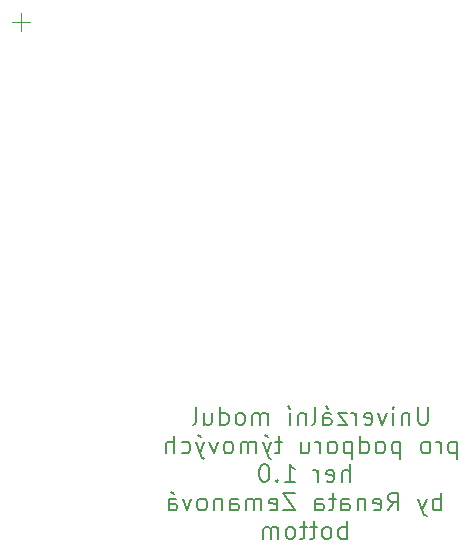
<source format=gbo>
G04 #@! TF.GenerationSoftware,KiCad,Pcbnew,6.0.11-2627ca5db0~126~ubuntu20.04.1*
G04 #@! TF.CreationDate,2023-04-28T08:30:21+02:00*
G04 #@! TF.ProjectId,Semafor_bottom,53656d61-666f-4725-9f62-6f74746f6d2e,rev?*
G04 #@! TF.SameCoordinates,Original*
G04 #@! TF.FileFunction,Legend,Bot*
G04 #@! TF.FilePolarity,Positive*
%FSLAX46Y46*%
G04 Gerber Fmt 4.6, Leading zero omitted, Abs format (unit mm)*
G04 Created by KiCad (PCBNEW 6.0.11-2627ca5db0~126~ubuntu20.04.1) date 2023-04-28 08:30:21*
%MOMM*%
%LPD*%
G01*
G04 APERTURE LIST*
%ADD10C,0.150000*%
%ADD11C,0.120000*%
G04 APERTURE END LIST*
D10*
X157828571Y-93591071D02*
X157828571Y-94805357D01*
X157757142Y-94948214D01*
X157685714Y-95019642D01*
X157542857Y-95091071D01*
X157257142Y-95091071D01*
X157114285Y-95019642D01*
X157042857Y-94948214D01*
X156971428Y-94805357D01*
X156971428Y-93591071D01*
X156257142Y-94091071D02*
X156257142Y-95091071D01*
X156257142Y-94233928D02*
X156185714Y-94162500D01*
X156042857Y-94091071D01*
X155828571Y-94091071D01*
X155685714Y-94162500D01*
X155614285Y-94305357D01*
X155614285Y-95091071D01*
X154900000Y-95091071D02*
X154900000Y-94091071D01*
X154900000Y-93591071D02*
X154971428Y-93662500D01*
X154900000Y-93733928D01*
X154828571Y-93662500D01*
X154900000Y-93591071D01*
X154900000Y-93733928D01*
X154328571Y-94091071D02*
X153971428Y-95091071D01*
X153614285Y-94091071D01*
X152471428Y-95019642D02*
X152614285Y-95091071D01*
X152900000Y-95091071D01*
X153042857Y-95019642D01*
X153114285Y-94876785D01*
X153114285Y-94305357D01*
X153042857Y-94162500D01*
X152900000Y-94091071D01*
X152614285Y-94091071D01*
X152471428Y-94162500D01*
X152400000Y-94305357D01*
X152400000Y-94448214D01*
X153114285Y-94591071D01*
X151757142Y-95091071D02*
X151757142Y-94091071D01*
X151757142Y-94376785D02*
X151685714Y-94233928D01*
X151614285Y-94162500D01*
X151471428Y-94091071D01*
X151328571Y-94091071D01*
X150971428Y-94091071D02*
X150185714Y-94091071D01*
X150971428Y-95091071D01*
X150185714Y-95091071D01*
X148971428Y-95091071D02*
X148971428Y-94305357D01*
X149042857Y-94162500D01*
X149185714Y-94091071D01*
X149471428Y-94091071D01*
X149614285Y-94162500D01*
X148971428Y-95019642D02*
X149114285Y-95091071D01*
X149471428Y-95091071D01*
X149614285Y-95019642D01*
X149685714Y-94876785D01*
X149685714Y-94733928D01*
X149614285Y-94591071D01*
X149471428Y-94519642D01*
X149114285Y-94519642D01*
X148971428Y-94448214D01*
X149185714Y-93519642D02*
X149400000Y-93733928D01*
X148042857Y-95091071D02*
X148185714Y-95019642D01*
X148257142Y-94876785D01*
X148257142Y-93591071D01*
X147471428Y-94091071D02*
X147471428Y-95091071D01*
X147471428Y-94233928D02*
X147400000Y-94162500D01*
X147257142Y-94091071D01*
X147042857Y-94091071D01*
X146900000Y-94162500D01*
X146828571Y-94305357D01*
X146828571Y-95091071D01*
X146114285Y-95091071D02*
X146114285Y-94091071D01*
X145971428Y-93519642D02*
X146185714Y-93733928D01*
X144257142Y-95091071D02*
X144257142Y-94091071D01*
X144257142Y-94233928D02*
X144185714Y-94162500D01*
X144042857Y-94091071D01*
X143828571Y-94091071D01*
X143685714Y-94162500D01*
X143614285Y-94305357D01*
X143614285Y-95091071D01*
X143614285Y-94305357D02*
X143542857Y-94162500D01*
X143400000Y-94091071D01*
X143185714Y-94091071D01*
X143042857Y-94162500D01*
X142971428Y-94305357D01*
X142971428Y-95091071D01*
X142042857Y-95091071D02*
X142185714Y-95019642D01*
X142257142Y-94948214D01*
X142328571Y-94805357D01*
X142328571Y-94376785D01*
X142257142Y-94233928D01*
X142185714Y-94162500D01*
X142042857Y-94091071D01*
X141828571Y-94091071D01*
X141685714Y-94162500D01*
X141614285Y-94233928D01*
X141542857Y-94376785D01*
X141542857Y-94805357D01*
X141614285Y-94948214D01*
X141685714Y-95019642D01*
X141828571Y-95091071D01*
X142042857Y-95091071D01*
X140257142Y-95091071D02*
X140257142Y-93591071D01*
X140257142Y-95019642D02*
X140400000Y-95091071D01*
X140685714Y-95091071D01*
X140828571Y-95019642D01*
X140900000Y-94948214D01*
X140971428Y-94805357D01*
X140971428Y-94376785D01*
X140900000Y-94233928D01*
X140828571Y-94162500D01*
X140685714Y-94091071D01*
X140400000Y-94091071D01*
X140257142Y-94162500D01*
X138900000Y-94091071D02*
X138900000Y-95091071D01*
X139542857Y-94091071D02*
X139542857Y-94876785D01*
X139471428Y-95019642D01*
X139328571Y-95091071D01*
X139114285Y-95091071D01*
X138971428Y-95019642D01*
X138900000Y-94948214D01*
X137971428Y-95091071D02*
X138114285Y-95019642D01*
X138185714Y-94876785D01*
X138185714Y-93591071D01*
X160257142Y-96506071D02*
X160257142Y-98006071D01*
X160257142Y-96577500D02*
X160114285Y-96506071D01*
X159828571Y-96506071D01*
X159685714Y-96577500D01*
X159614285Y-96648928D01*
X159542857Y-96791785D01*
X159542857Y-97220357D01*
X159614285Y-97363214D01*
X159685714Y-97434642D01*
X159828571Y-97506071D01*
X160114285Y-97506071D01*
X160257142Y-97434642D01*
X158900000Y-97506071D02*
X158900000Y-96506071D01*
X158900000Y-96791785D02*
X158828571Y-96648928D01*
X158757142Y-96577500D01*
X158614285Y-96506071D01*
X158471428Y-96506071D01*
X157757142Y-97506071D02*
X157900000Y-97434642D01*
X157971428Y-97363214D01*
X158042857Y-97220357D01*
X158042857Y-96791785D01*
X157971428Y-96648928D01*
X157900000Y-96577500D01*
X157757142Y-96506071D01*
X157542857Y-96506071D01*
X157400000Y-96577500D01*
X157328571Y-96648928D01*
X157257142Y-96791785D01*
X157257142Y-97220357D01*
X157328571Y-97363214D01*
X157400000Y-97434642D01*
X157542857Y-97506071D01*
X157757142Y-97506071D01*
X155471428Y-96506071D02*
X155471428Y-98006071D01*
X155471428Y-96577500D02*
X155328571Y-96506071D01*
X155042857Y-96506071D01*
X154900000Y-96577500D01*
X154828571Y-96648928D01*
X154757142Y-96791785D01*
X154757142Y-97220357D01*
X154828571Y-97363214D01*
X154900000Y-97434642D01*
X155042857Y-97506071D01*
X155328571Y-97506071D01*
X155471428Y-97434642D01*
X153900000Y-97506071D02*
X154042857Y-97434642D01*
X154114285Y-97363214D01*
X154185714Y-97220357D01*
X154185714Y-96791785D01*
X154114285Y-96648928D01*
X154042857Y-96577500D01*
X153900000Y-96506071D01*
X153685714Y-96506071D01*
X153542857Y-96577500D01*
X153471428Y-96648928D01*
X153400000Y-96791785D01*
X153400000Y-97220357D01*
X153471428Y-97363214D01*
X153542857Y-97434642D01*
X153685714Y-97506071D01*
X153900000Y-97506071D01*
X152114285Y-97506071D02*
X152114285Y-96006071D01*
X152114285Y-97434642D02*
X152257142Y-97506071D01*
X152542857Y-97506071D01*
X152685714Y-97434642D01*
X152757142Y-97363214D01*
X152828571Y-97220357D01*
X152828571Y-96791785D01*
X152757142Y-96648928D01*
X152685714Y-96577500D01*
X152542857Y-96506071D01*
X152257142Y-96506071D01*
X152114285Y-96577500D01*
X151400000Y-96506071D02*
X151400000Y-98006071D01*
X151400000Y-96577500D02*
X151257142Y-96506071D01*
X150971428Y-96506071D01*
X150828571Y-96577500D01*
X150757142Y-96648928D01*
X150685714Y-96791785D01*
X150685714Y-97220357D01*
X150757142Y-97363214D01*
X150828571Y-97434642D01*
X150971428Y-97506071D01*
X151257142Y-97506071D01*
X151400000Y-97434642D01*
X149828571Y-97506071D02*
X149971428Y-97434642D01*
X150042857Y-97363214D01*
X150114285Y-97220357D01*
X150114285Y-96791785D01*
X150042857Y-96648928D01*
X149971428Y-96577500D01*
X149828571Y-96506071D01*
X149614285Y-96506071D01*
X149471428Y-96577500D01*
X149400000Y-96648928D01*
X149328571Y-96791785D01*
X149328571Y-97220357D01*
X149400000Y-97363214D01*
X149471428Y-97434642D01*
X149614285Y-97506071D01*
X149828571Y-97506071D01*
X148685714Y-97506071D02*
X148685714Y-96506071D01*
X148685714Y-96791785D02*
X148614285Y-96648928D01*
X148542857Y-96577500D01*
X148400000Y-96506071D01*
X148257142Y-96506071D01*
X147114285Y-96506071D02*
X147114285Y-97506071D01*
X147757142Y-96506071D02*
X147757142Y-97291785D01*
X147685714Y-97434642D01*
X147542857Y-97506071D01*
X147328571Y-97506071D01*
X147185714Y-97434642D01*
X147114285Y-97363214D01*
X145471428Y-96506071D02*
X144900000Y-96506071D01*
X145257142Y-96006071D02*
X145257142Y-97291785D01*
X145185714Y-97434642D01*
X145042857Y-97506071D01*
X144900000Y-97506071D01*
X144542857Y-96506071D02*
X144185714Y-97506071D01*
X143828571Y-96506071D02*
X144185714Y-97506071D01*
X144328571Y-97863214D01*
X144400000Y-97934642D01*
X144542857Y-98006071D01*
X144042857Y-95934642D02*
X144257142Y-96148928D01*
X143257142Y-97506071D02*
X143257142Y-96506071D01*
X143257142Y-96648928D02*
X143185714Y-96577500D01*
X143042857Y-96506071D01*
X142828571Y-96506071D01*
X142685714Y-96577500D01*
X142614285Y-96720357D01*
X142614285Y-97506071D01*
X142614285Y-96720357D02*
X142542857Y-96577500D01*
X142400000Y-96506071D01*
X142185714Y-96506071D01*
X142042857Y-96577500D01*
X141971428Y-96720357D01*
X141971428Y-97506071D01*
X141042857Y-97506071D02*
X141185714Y-97434642D01*
X141257142Y-97363214D01*
X141328571Y-97220357D01*
X141328571Y-96791785D01*
X141257142Y-96648928D01*
X141185714Y-96577500D01*
X141042857Y-96506071D01*
X140828571Y-96506071D01*
X140685714Y-96577500D01*
X140614285Y-96648928D01*
X140542857Y-96791785D01*
X140542857Y-97220357D01*
X140614285Y-97363214D01*
X140685714Y-97434642D01*
X140828571Y-97506071D01*
X141042857Y-97506071D01*
X140042857Y-96506071D02*
X139685714Y-97506071D01*
X139328571Y-96506071D01*
X138900000Y-96506071D02*
X138542857Y-97506071D01*
X138185714Y-96506071D02*
X138542857Y-97506071D01*
X138685714Y-97863214D01*
X138757142Y-97934642D01*
X138900000Y-98006071D01*
X138400000Y-95934642D02*
X138614285Y-96148928D01*
X136971428Y-97434642D02*
X137114285Y-97506071D01*
X137400000Y-97506071D01*
X137542857Y-97434642D01*
X137614285Y-97363214D01*
X137685714Y-97220357D01*
X137685714Y-96791785D01*
X137614285Y-96648928D01*
X137542857Y-96577500D01*
X137400000Y-96506071D01*
X137114285Y-96506071D01*
X136971428Y-96577500D01*
X136328571Y-97506071D02*
X136328571Y-96006071D01*
X135685714Y-97506071D02*
X135685714Y-96720357D01*
X135757142Y-96577500D01*
X135900000Y-96506071D01*
X136114285Y-96506071D01*
X136257142Y-96577500D01*
X136328571Y-96648928D01*
X151185714Y-99921071D02*
X151185714Y-98421071D01*
X150542857Y-99921071D02*
X150542857Y-99135357D01*
X150614285Y-98992500D01*
X150757142Y-98921071D01*
X150971428Y-98921071D01*
X151114285Y-98992500D01*
X151185714Y-99063928D01*
X149257142Y-99849642D02*
X149400000Y-99921071D01*
X149685714Y-99921071D01*
X149828571Y-99849642D01*
X149900000Y-99706785D01*
X149900000Y-99135357D01*
X149828571Y-98992500D01*
X149685714Y-98921071D01*
X149400000Y-98921071D01*
X149257142Y-98992500D01*
X149185714Y-99135357D01*
X149185714Y-99278214D01*
X149900000Y-99421071D01*
X148542857Y-99921071D02*
X148542857Y-98921071D01*
X148542857Y-99206785D02*
X148471428Y-99063928D01*
X148400000Y-98992500D01*
X148257142Y-98921071D01*
X148114285Y-98921071D01*
X145685714Y-99921071D02*
X146542857Y-99921071D01*
X146114285Y-99921071D02*
X146114285Y-98421071D01*
X146257142Y-98635357D01*
X146400000Y-98778214D01*
X146542857Y-98849642D01*
X145042857Y-99778214D02*
X144971428Y-99849642D01*
X145042857Y-99921071D01*
X145114285Y-99849642D01*
X145042857Y-99778214D01*
X145042857Y-99921071D01*
X144042857Y-98421071D02*
X143900000Y-98421071D01*
X143757142Y-98492500D01*
X143685714Y-98563928D01*
X143614285Y-98706785D01*
X143542857Y-98992500D01*
X143542857Y-99349642D01*
X143614285Y-99635357D01*
X143685714Y-99778214D01*
X143757142Y-99849642D01*
X143900000Y-99921071D01*
X144042857Y-99921071D01*
X144185714Y-99849642D01*
X144257142Y-99778214D01*
X144328571Y-99635357D01*
X144400000Y-99349642D01*
X144400000Y-98992500D01*
X144328571Y-98706785D01*
X144257142Y-98563928D01*
X144185714Y-98492500D01*
X144042857Y-98421071D01*
X158935714Y-102336071D02*
X158935714Y-100836071D01*
X158935714Y-101407500D02*
X158792857Y-101336071D01*
X158507142Y-101336071D01*
X158364285Y-101407500D01*
X158292857Y-101478928D01*
X158221428Y-101621785D01*
X158221428Y-102050357D01*
X158292857Y-102193214D01*
X158364285Y-102264642D01*
X158507142Y-102336071D01*
X158792857Y-102336071D01*
X158935714Y-102264642D01*
X157721428Y-101336071D02*
X157364285Y-102336071D01*
X157007142Y-101336071D02*
X157364285Y-102336071D01*
X157507142Y-102693214D01*
X157578571Y-102764642D01*
X157721428Y-102836071D01*
X154435714Y-102336071D02*
X154935714Y-101621785D01*
X155292857Y-102336071D02*
X155292857Y-100836071D01*
X154721428Y-100836071D01*
X154578571Y-100907500D01*
X154507142Y-100978928D01*
X154435714Y-101121785D01*
X154435714Y-101336071D01*
X154507142Y-101478928D01*
X154578571Y-101550357D01*
X154721428Y-101621785D01*
X155292857Y-101621785D01*
X153221428Y-102264642D02*
X153364285Y-102336071D01*
X153650000Y-102336071D01*
X153792857Y-102264642D01*
X153864285Y-102121785D01*
X153864285Y-101550357D01*
X153792857Y-101407500D01*
X153650000Y-101336071D01*
X153364285Y-101336071D01*
X153221428Y-101407500D01*
X153150000Y-101550357D01*
X153150000Y-101693214D01*
X153864285Y-101836071D01*
X152507142Y-101336071D02*
X152507142Y-102336071D01*
X152507142Y-101478928D02*
X152435714Y-101407500D01*
X152292857Y-101336071D01*
X152078571Y-101336071D01*
X151935714Y-101407500D01*
X151864285Y-101550357D01*
X151864285Y-102336071D01*
X150507142Y-102336071D02*
X150507142Y-101550357D01*
X150578571Y-101407500D01*
X150721428Y-101336071D01*
X151007142Y-101336071D01*
X151150000Y-101407500D01*
X150507142Y-102264642D02*
X150650000Y-102336071D01*
X151007142Y-102336071D01*
X151150000Y-102264642D01*
X151221428Y-102121785D01*
X151221428Y-101978928D01*
X151150000Y-101836071D01*
X151007142Y-101764642D01*
X150650000Y-101764642D01*
X150507142Y-101693214D01*
X150007142Y-101336071D02*
X149435714Y-101336071D01*
X149792857Y-100836071D02*
X149792857Y-102121785D01*
X149721428Y-102264642D01*
X149578571Y-102336071D01*
X149435714Y-102336071D01*
X148292857Y-102336071D02*
X148292857Y-101550357D01*
X148364285Y-101407500D01*
X148507142Y-101336071D01*
X148792857Y-101336071D01*
X148935714Y-101407500D01*
X148292857Y-102264642D02*
X148435714Y-102336071D01*
X148792857Y-102336071D01*
X148935714Y-102264642D01*
X149007142Y-102121785D01*
X149007142Y-101978928D01*
X148935714Y-101836071D01*
X148792857Y-101764642D01*
X148435714Y-101764642D01*
X148292857Y-101693214D01*
X146578571Y-100836071D02*
X145578571Y-100836071D01*
X146578571Y-102336071D01*
X145578571Y-102336071D01*
X144435714Y-102264642D02*
X144578571Y-102336071D01*
X144864285Y-102336071D01*
X145007142Y-102264642D01*
X145078571Y-102121785D01*
X145078571Y-101550357D01*
X145007142Y-101407500D01*
X144864285Y-101336071D01*
X144578571Y-101336071D01*
X144435714Y-101407500D01*
X144364285Y-101550357D01*
X144364285Y-101693214D01*
X145078571Y-101836071D01*
X143721428Y-102336071D02*
X143721428Y-101336071D01*
X143721428Y-101478928D02*
X143650000Y-101407500D01*
X143507142Y-101336071D01*
X143292857Y-101336071D01*
X143150000Y-101407500D01*
X143078571Y-101550357D01*
X143078571Y-102336071D01*
X143078571Y-101550357D02*
X143007142Y-101407500D01*
X142864285Y-101336071D01*
X142650000Y-101336071D01*
X142507142Y-101407500D01*
X142435714Y-101550357D01*
X142435714Y-102336071D01*
X141078571Y-102336071D02*
X141078571Y-101550357D01*
X141150000Y-101407500D01*
X141292857Y-101336071D01*
X141578571Y-101336071D01*
X141721428Y-101407500D01*
X141078571Y-102264642D02*
X141221428Y-102336071D01*
X141578571Y-102336071D01*
X141721428Y-102264642D01*
X141792857Y-102121785D01*
X141792857Y-101978928D01*
X141721428Y-101836071D01*
X141578571Y-101764642D01*
X141221428Y-101764642D01*
X141078571Y-101693214D01*
X140364285Y-101336071D02*
X140364285Y-102336071D01*
X140364285Y-101478928D02*
X140292857Y-101407500D01*
X140150000Y-101336071D01*
X139935714Y-101336071D01*
X139792857Y-101407500D01*
X139721428Y-101550357D01*
X139721428Y-102336071D01*
X138792857Y-102336071D02*
X138935714Y-102264642D01*
X139007142Y-102193214D01*
X139078571Y-102050357D01*
X139078571Y-101621785D01*
X139007142Y-101478928D01*
X138935714Y-101407500D01*
X138792857Y-101336071D01*
X138578571Y-101336071D01*
X138435714Y-101407500D01*
X138364285Y-101478928D01*
X138292857Y-101621785D01*
X138292857Y-102050357D01*
X138364285Y-102193214D01*
X138435714Y-102264642D01*
X138578571Y-102336071D01*
X138792857Y-102336071D01*
X137792857Y-101336071D02*
X137435714Y-102336071D01*
X137078571Y-101336071D01*
X135864285Y-102336071D02*
X135864285Y-101550357D01*
X135935714Y-101407500D01*
X136078571Y-101336071D01*
X136364285Y-101336071D01*
X136507142Y-101407500D01*
X135864285Y-102264642D02*
X136007142Y-102336071D01*
X136364285Y-102336071D01*
X136507142Y-102264642D01*
X136578571Y-102121785D01*
X136578571Y-101978928D01*
X136507142Y-101836071D01*
X136364285Y-101764642D01*
X136007142Y-101764642D01*
X135864285Y-101693214D01*
X136078571Y-100764642D02*
X136292857Y-100978928D01*
X150935714Y-104751071D02*
X150935714Y-103251071D01*
X150935714Y-103822500D02*
X150792857Y-103751071D01*
X150507142Y-103751071D01*
X150364285Y-103822500D01*
X150292857Y-103893928D01*
X150221428Y-104036785D01*
X150221428Y-104465357D01*
X150292857Y-104608214D01*
X150364285Y-104679642D01*
X150507142Y-104751071D01*
X150792857Y-104751071D01*
X150935714Y-104679642D01*
X149364285Y-104751071D02*
X149507142Y-104679642D01*
X149578571Y-104608214D01*
X149650000Y-104465357D01*
X149650000Y-104036785D01*
X149578571Y-103893928D01*
X149507142Y-103822500D01*
X149364285Y-103751071D01*
X149150000Y-103751071D01*
X149007142Y-103822500D01*
X148935714Y-103893928D01*
X148864285Y-104036785D01*
X148864285Y-104465357D01*
X148935714Y-104608214D01*
X149007142Y-104679642D01*
X149150000Y-104751071D01*
X149364285Y-104751071D01*
X148435714Y-103751071D02*
X147864285Y-103751071D01*
X148221428Y-103251071D02*
X148221428Y-104536785D01*
X148150000Y-104679642D01*
X148007142Y-104751071D01*
X147864285Y-104751071D01*
X147578571Y-103751071D02*
X147007142Y-103751071D01*
X147364285Y-103251071D02*
X147364285Y-104536785D01*
X147292857Y-104679642D01*
X147150000Y-104751071D01*
X147007142Y-104751071D01*
X146292857Y-104751071D02*
X146435714Y-104679642D01*
X146507142Y-104608214D01*
X146578571Y-104465357D01*
X146578571Y-104036785D01*
X146507142Y-103893928D01*
X146435714Y-103822500D01*
X146292857Y-103751071D01*
X146078571Y-103751071D01*
X145935714Y-103822500D01*
X145864285Y-103893928D01*
X145792857Y-104036785D01*
X145792857Y-104465357D01*
X145864285Y-104608214D01*
X145935714Y-104679642D01*
X146078571Y-104751071D01*
X146292857Y-104751071D01*
X145150000Y-104751071D02*
X145150000Y-103751071D01*
X145150000Y-103893928D02*
X145078571Y-103822500D01*
X144935714Y-103751071D01*
X144721428Y-103751071D01*
X144578571Y-103822500D01*
X144507142Y-103965357D01*
X144507142Y-104751071D01*
X144507142Y-103965357D02*
X144435714Y-103822500D01*
X144292857Y-103751071D01*
X144078571Y-103751071D01*
X143935714Y-103822500D01*
X143864285Y-103965357D01*
X143864285Y-104751071D01*
D11*
G04 #@! TO.C,BZ1*
X123350000Y-61750000D02*
X123350000Y-60250000D01*
X122600000Y-61000000D02*
X124100000Y-61000000D01*
G04 #@! TD*
M02*

</source>
